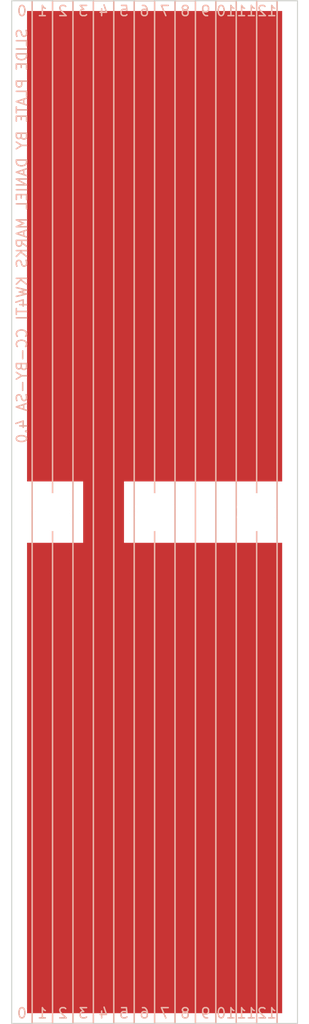
<source format=kicad_pcb>
(kicad_pcb (version 20211014) (generator pcbnew)
  (layers (0 "F.Cu" signal) (31 "B.Cu" signal) (34 "B.Paste" user) (35 "F.Paste" user) (36 "B.SilkS" user "B.Silkscreen") (37 "F.SilkS" user "F.Silkscreen") (38 "B.Mask" user) (39 "F.Mask" user) (44 "Edge.Cuts" user))
  (net 0 "")
  (net 1 "Net-(J2-Pad1)")
  (footprint "SlidePlate:CapPlate" (layer "F.Cu") (at 34 44)
    (fp_text reference "J4" hide)
    (fp_text value "Conn_01x01")
    (pad "1" smd rect (at 0 0) (size 25 46) (layers "F.Cu") (net 1 "Net-(J2-Pad1)"))
  )
  (footprint "MountingHole:MountingHole_3.7mm" (layer "F.Cu") (at 24 70)
    (fp_text reference "H5" hide)
    (fp_text value "MountingHole")
    (pad "" np_thru_hole circle (at 0 0) (size 3.7 3.7) (drill 3.7) (layers *.Cu *.Mask))
  )
  (footprint "SlidePlate:CapPlate" (layer "F.Cu") (at 34 96)
    (fp_text reference "J2" hide)
    (fp_text value "Conn_01x01")
    (pad "1" smd rect (at 0 0) (size 25 46) (layers "F.Cu") (net 1 "Net-(J2-Pad1)"))
  )
  (footprint "MountingHole:MountingHole_3.7mm" (layer "F.Cu") (at 34 70)
    (fp_text reference "H4" hide)
    (fp_text value "MountingHole")
    (pad "" np_thru_hole circle (at 0 0) (size 3.7 3.7) (drill 3.7) (layers *.Cu *.Mask))
  )
  (footprint "MountingHole:MountingHole_3.7mm" (layer "F.Cu") (at 44 70)
    (fp_text reference "H1" hide)
    (fp_text value "MountingHole")
    (pad "" np_thru_hole circle (at 0 0) (size 3.7 3.7) (drill 3.7) (layers *.Cu *.Mask))
  )
  (gr_line (start 28 120) (end 28 20) (layer "B.SilkS") (width 0.15))
  (gr_line (start 40 120) (end 40 20) (layer "B.SilkS") (width 0.15))
  (gr_line (start 34 120) (end 36 120) (layer "B.SilkS") (width 0.15))
  (gr_line (start 24 120) (end 24 20) (layer "B.SilkS") (width 0.15))
  (gr_line (start 42 20) (end 42 120) (layer "B.SilkS") (width 0.15))
  (gr_line (start 38 20) (end 38 120) (layer "B.SilkS") (width 0.15))
  (gr_line (start 44 20) (end 46 20) (layer "B.SilkS") (width 0.15))
  (gr_line (start 32 20) (end 34 20) (layer "B.SilkS") (width 0.15))
  (gr_line (start 36 120) (end 36 20) (layer "B.SilkS") (width 0.15))
  (gr_line (start 26 120) (end 28 120) (layer "B.SilkS") (width 0.15))
  (gr_line (start 40 20) (end 42 20) (layer "B.SilkS") (width 0.15))
  (gr_line (start 30 120) (end 32 120) (layer "B.SilkS") (width 0.15))
  (gr_line (start 30 20) (end 30 120) (layer "B.SilkS") (width 0.15))
  (gr_line (start 22 120) (end 24 120) (layer "B.SilkS") (width 0.15))
  (gr_line (start 28 20) (end 30 20) (layer "B.SilkS") (width 0.15))
  (gr_line (start 46 20) (end 46 120) (layer "B.SilkS") (width 0.15))
  (gr_line (start 32 120) (end 32 20) (layer "B.SilkS") (width 0.15))
  (gr_line (start 34 20) (end 34 120) (layer "B.SilkS") (width 0.15))
  (gr_line (start 36 20) (end 38 20) (layer "B.SilkS") (width 0.15))
  (gr_line (start 38 120) (end 40 120) (layer "B.SilkS") (width 0.15))
  (gr_line (start 24 20) (end 26 20) (layer "B.SilkS") (width 0.15))
  (gr_line (start 42 120) (end 44 120) (layer "B.SilkS") (width 0.15))
  (gr_line (start 44 120) (end 44 20) (layer "B.SilkS") (width 0.15))
  (gr_line (start 22 20) (end 22 120) (layer "B.SilkS") (width 0.15))
  (gr_line (start 26 20) (end 26 120) (layer "B.SilkS") (width 0.15))
  (gr_line (start 48 120) (end 48 20) (layer "Edge.Cuts") (width 0.1))
  (gr_line (start 20 120) (end 20 20) (layer "Edge.Cuts") (width 0.1))
  (gr_line (start 20 20) (end 48 20) (layer "Edge.Cuts") (width 0.1))
  (gr_line (start 20 120) (end 48 120) (layer "Edge.Cuts") (width 0.1))
  (gr_text "2" (at 25 21) (layer "B.SilkS") (effects (font (size 1 1)) (justify mirror)))
  (gr_text "12" (at 45 21) (layer "B.SilkS") (effects (font (size 1 1)) (justify mirror)))
  (gr_text "2" (at 25 119) (layer "B.SilkS") (effects (font (size 1 1)) (justify mirror)))
  (gr_text "0" (at 21 119) (layer "B.SilkS") (effects (font (size 1 1)) (justify mirror)))
  (gr_text "6" (at 33 119) (layer "B.SilkS") (effects (font (size 1 1)) (justify mirror)))
  (gr_text "8" (at 37 119) (layer "B.SilkS") (effects (font (size 1 1)) (justify mirror)))
  (gr_text "11" (at 43 21) (layer "B.SilkS") (effects (font (size 1 1)) (justify mirror)))
  (gr_text "3" (at 27 119) (layer "B.SilkS") (effects (font (size 1 1)) (justify mirror)))
  (gr_text "7" (at 35 119) (layer "B.SilkS") (effects (font (size 1 1)) (justify mirror)))
  (gr_text "1" (at 23 119) (layer "B.SilkS") (effects (font (size 1 1)) (justify mirror)))
  (gr_text "0" (at 21 21) (layer "B.SilkS") (effects (font (size 1 1)) (justify mirror)))
  (gr_text "7" (at 35 21) (layer "B.SilkS") (effects (font (size 1 1)) (justify mirror)))
  (gr_text "8" (at 37 21) (layer "B.SilkS") (effects (font (size 1 1)) (justify mirror)))
  (gr_text "1" (at 23 21) (layer "B.SilkS") (effects (font (size 1 1)) (justify mirror)))
  (gr_text "9" (at 39 119) (layer "B.SilkS") (effects (font (size 1 1)) (justify mirror)))
  (gr_text "12" (at 45 119) (layer "B.SilkS") (effects (font (size 1 1)) (justify mirror)))
  (gr_text "3" (at 27 21) (layer "B.SilkS") (effects (font (size 1 1)) (justify mirror)))
  (gr_text "9" (at 39 21) (layer "B.SilkS") (effects (font (size 1 1)) (justify mirror)))
  (gr_text "5" (at 31 21) (layer "B.SilkS") (effects (font (size 1 1)) (justify mirror)))
  (gr_text "6" (at 33 21) (layer "B.SilkS") (effects (font (size 1 1)) (justify mirror)))
  (gr_text "4" (at 29 119) (layer "B.SilkS") (effects (font (size 1 1)) (justify mirror)))
  (gr_text "10" (at 41 21) (layer "B.SilkS") (effects (font (size 1 1)) (justify mirror)))
  (gr_text "5" (at 31 119) (layer "B.SilkS") (effects (font (size 1 1)) (justify mirror)))
  (gr_text "11" (at 43 119) (layer "B.SilkS") (effects (font (size 1 1)) (justify mirror)))
  (gr_text "10" (at 41 119) (layer "B.SilkS") (effects (font (size 1 1)) (justify mirror)))
  (gr_text "SLIDE PLATE BY DANIEL MARKS KW4TI CC-BY-SA 4.0" (at 21 43 90) (layer "B.SilkS") (effects (font (size 1 1)) (justify mirror)))
  (gr_text "4" (at 29 21) (layer "B.SilkS") (effects (font (size 1 1)) (justify mirror)))
  (segment (start 29 91) (end 34 96) (width 4) (layer "F.Cu") (net 1))
  (segment (start 29 55) (end 29 91) (width 4) (layer "F.Cu") (net 1))
  (segment (start 34 44) (end 34 50) (width 4) (layer "F.Cu") (net 1))
  (segment (start 37 47) (end 34 44) (width 8) (layer "F.Cu") (net 1))
  (segment (start 34 50) (end 29 55) (width 4) (layer "F.Cu") (net 1))
)
</source>
